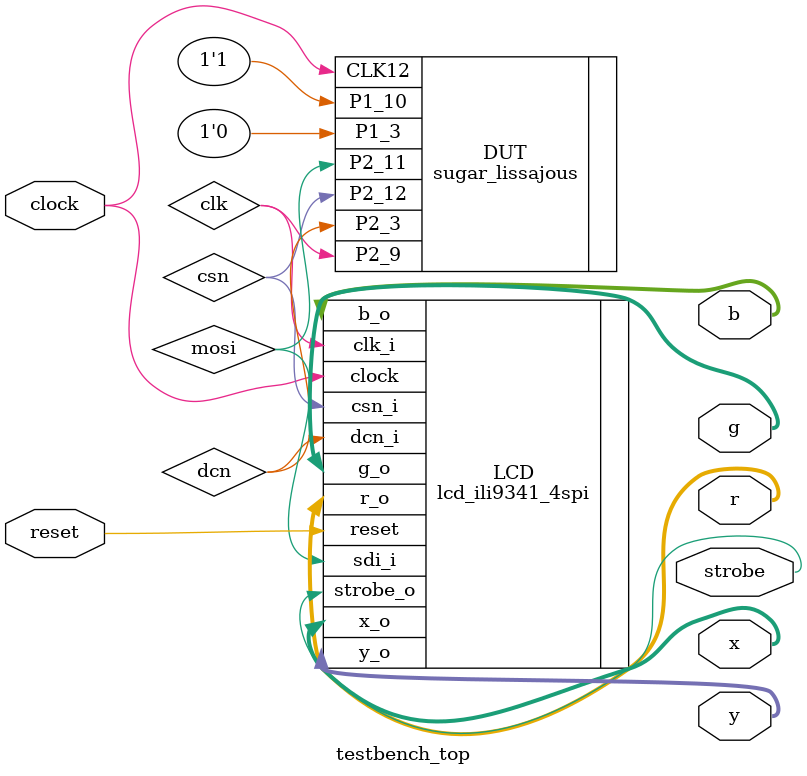
<source format=sv>
`timescale 1ns/100ps
`default_nettype none

/* verilator lint_off PINMISSING */

module testbench_top
  (input wire clock,
   input wire reset,

   output int x,
   output int y,
   output [7:0] r,
   output [7:0] g,
   output [7:0] b,
   output strobe);

    logic csn, mosi, clk, dcn;

    sugar_lissajous DUT
      (.CLK12(clock),
       .P1_3(1'b0),
       .P1_10(1'b1),
       .P2_3(dcn),
       .P2_9(clk),
       .P2_11(mosi),
       .P2_12(csn));

    lcd_ili9341_4spi LCD
      (.clock, .reset,
       .csn_i(csn),
       .clk_i(clk),
       .sdi_i(mosi),
       .dcn_i(dcn),
       .x_o(x),
       .y_o(y),
       .r_o(r),
       .g_o(g),
       .b_o(b),
       .strobe_o(strobe));

endmodule // testbench_top

</source>
